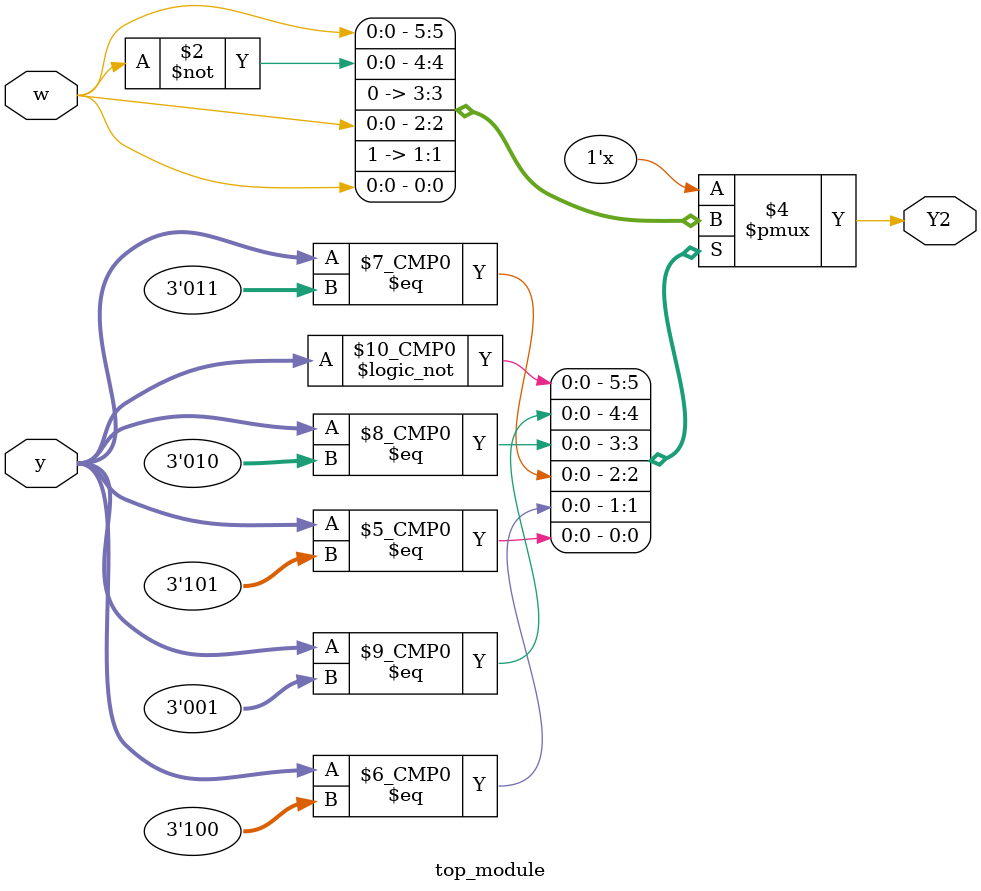
<source format=sv>
module top_module(
    input [3:1] y,
    input w,
    output reg Y2
);

always @(*) begin
    case (y)
        3'b000: Y2 = w;
        3'b001: Y2 = ~w;
        3'b010: Y2 = 1'b0;
        3'b011: Y2 = w;
        3'b100: Y2 = 1'b1;
        3'b101: Y2 = w;
        default: Y2 = 1'bx;
    endcase
end

endmodule

</source>
